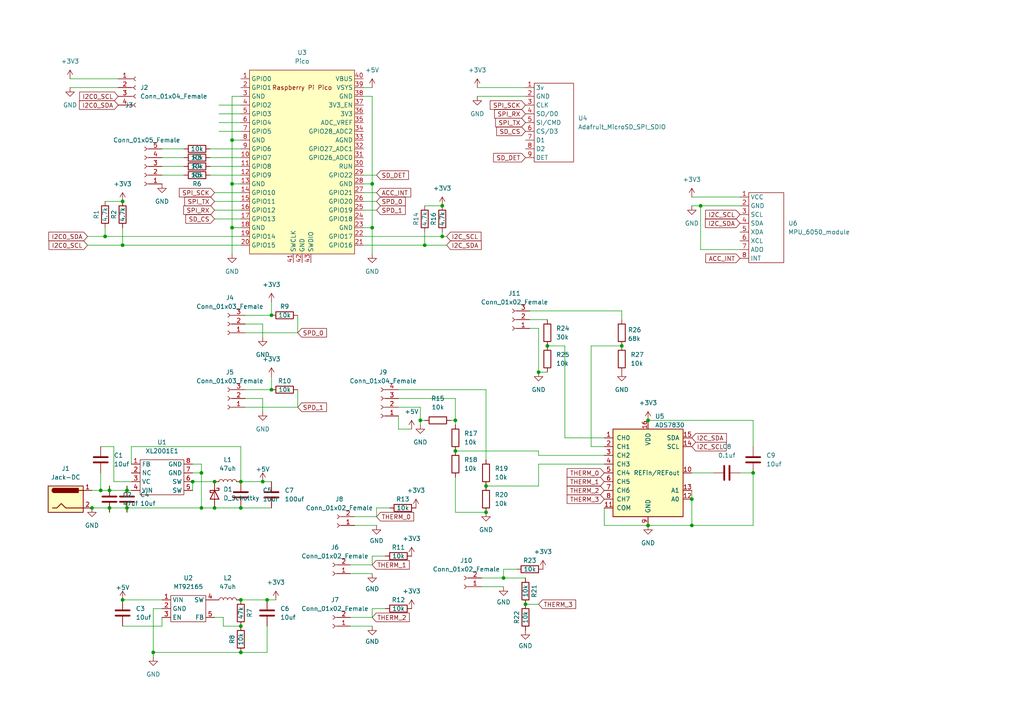
<source format=kicad_sch>
(kicad_sch (version 20211123) (generator eeschema)
  (paper "A4")
  (lib_symbols
    (symbol "Analog_DAC:ADS7830" (pin_names (offset 1.016))
      (property "Reference" "U" (at -10.16 13.716 0))
      (property "Value" "ADS7830" (at 1.778 13.716 0))
      (symbol "ADS7830_1_1"
        (pin input line (at -12.7 10.16 0) (length 2.54) (name "CH0") (number "1"))
        (pin bidirectional line (at 12.7 0 180) (length 2.54) (name "REFin/REFout") (number "10"))
        (pin input line (at -12.7 -10.16 0) (length 2.54) (name "COM") (number "11"))
        (pin input line (at 12.7 -7.62 180) (length 2.54) (name "A0") (number "12"))
        (pin input line (at 12.7 -5.08 180) (length 2.54) (name "A1") (number "13"))
        (pin input line (at 12.7 7.62 180) (length 2.54) (name "SCL") (number "14"))
        (pin bidirectional line (at 12.7 10.16 180) (length 2.54) (name "SDA") (number "15"))
        (pin power_in line (at 0 15.24 270) (length 2.54) (name "VDD") (number "16"))
        (pin input line (at -12.7 7.62 0) (length 2.54) (name "CH1") (number "2"))
        (pin input line (at -12.7 5.08 0) (length 2.54) (name "CH2") (number "3"))
        (pin input line (at -12.7 2.54 0) (length 2.54) (name "CH3") (number "4"))
        (pin input line (at -12.7 0 0) (length 2.54) (name "CH4") (number "5"))
        (pin input line (at -12.7 -2.54 0) (length 2.54) (name "CH5") (number "6"))
        (pin input line (at -12.7 -5.08 0) (length 2.54) (name "CH6") (number "7"))
        (pin input line (at -12.7 -7.62 0) (length 2.54) (name "CH7") (number "8"))
        (pin power_in line (at 0 -15.24 90) (length 2.54) (name "GND") (number "9"))
      )
    )
    (symbol "Connector:Conn_01x02_Female" (pin_names (offset 1.016) hide)
      (property "Reference" "J" (at 0 2.54 0))
      (property "Value" "Conn_01x02_Female" (at 0 -5.08 0))
      (symbol "Conn_01x02_Female_1_1"
        (pin passive line (at -5.08 0 0) (length 3.81) (name "Pin_1") (number "1"))
        (pin passive line (at -5.08 -2.54 0) (length 3.81) (name "Pin_2") (number "2"))
      )
    )
    (symbol "Connector:Conn_01x03_Female" (pin_names (offset 1.016) hide)
      (property "Reference" "J" (at 0 5.08 0))
      (property "Value" "Conn_01x03_Female" (at 0 -5.08 0))
      (symbol "Conn_01x03_Female_1_1"
        (pin passive line (at -5.08 2.54 0) (length 3.81) (name "Pin_1") (number "1"))
        (pin passive line (at -5.08 0 0) (length 3.81) (name "Pin_2") (number "2"))
        (pin passive line (at -5.08 -2.54 0) (length 3.81) (name "Pin_3") (number "3"))
      )
    )
    (symbol "Connector:Conn_01x04_Female" (pin_names (offset 1.016) hide)
      (property "Reference" "J" (at 0 5.08 0))
      (property "Value" "Conn_01x04_Female" (at 0 -7.62 0))
      (symbol "Conn_01x04_Female_1_1"
        (pin passive line (at -5.08 2.54 0) (length 3.81) (name "Pin_1") (number "1"))
        (pin passive line (at -5.08 0 0) (length 3.81) (name "Pin_2") (number "2"))
        (pin passive line (at -5.08 -2.54 0) (length 3.81) (name "Pin_3") (number "3"))
        (pin passive line (at -5.08 -5.08 0) (length 3.81) (name "Pin_4") (number "4"))
      )
    )
    (symbol "Connector:Conn_01x05_Female" (pin_names (offset 1.016) hide)
      (property "Reference" "J" (at 0 7.62 0))
      (property "Value" "Conn_01x05_Female" (at 0 -7.62 0))
      (symbol "Conn_01x05_Female_1_1"
        (pin passive line (at -5.08 5.08 0) (length 3.81) (name "Pin_1") (number "1"))
        (pin passive line (at -5.08 2.54 0) (length 3.81) (name "Pin_2") (number "2"))
        (pin passive line (at -5.08 0 0) (length 3.81) (name "Pin_3") (number "3"))
        (pin passive line (at -5.08 -2.54 0) (length 3.81) (name "Pin_4") (number "4"))
        (pin passive line (at -5.08 -5.08 0) (length 3.81) (name "Pin_5") (number "5"))
      )
    )
    (symbol "Connector:Jack-DC" (pin_names (offset 1.016))
      (property "Reference" "J" (at 0 5.334 0))
      (property "Value" "Jack-DC" (at 0 -5.08 0))
      (symbol "Jack-DC_1_1"
        (pin passive line (at 7.62 2.54 180) (length 2.54) (name "~") (number "1"))
        (pin passive line (at 7.62 -2.54 180) (length 2.54) (name "~") (number "2"))
      )
    )
    (symbol "Converter_DCDC:MT92165"
      (property "Reference" "U" (at 0 5.08 0))
      (property "Value" "MT92165" (at 0 7.62 0))
      (symbol "MT92165_1_1"
        (pin input line (at -6.35 2.54 0) (length 2.54) (name "VIN") (number "1"))
        (pin input line (at -6.35 0 0) (length 2.54) (name "GND") (number "2"))
        (pin input line (at -6.35 -2.54 0) (length 2.54) (name "EN") (number "3"))
        (pin output line (at 8.89 2.54 180) (length 2.54) (name "SW") (number "4"))
        (pin input line (at 8.89 -2.54 180) (length 2.54) (name "FB") (number "5"))
      )
    )
    (symbol "Device:C" (pin_numbers hide) (pin_names (offset 0.254))
      (property "Reference" "C" (at 0.635 2.54 0))
      (property "Value" "C" (at 0.635 -2.54 0))
      (symbol "C_1_1"
        (pin passive line (at 0 3.81 270) (length 2.794) (name "~") (number "1"))
        (pin passive line (at 0 -3.81 90) (length 2.794) (name "~") (number "2"))
      )
    )
    (symbol "Device:D_Schottky" (pin_numbers hide) (pin_names (offset 1.016) hide)
      (property "Reference" "D" (at 0 2.54 0))
      (property "Value" "D_Schottky" (at 0 -2.54 0))
      (symbol "D_Schottky_1_1"
        (pin passive line (at -3.81 0 0) (length 2.54) (name "K") (number "1"))
        (pin passive line (at 3.81 0 180) (length 2.54) (name "A") (number "2"))
      )
    )
    (symbol "Device:L" (pin_numbers hide) (pin_names (offset 1.016) hide)
      (property "Reference" "L" (at -1.27 0 90))
      (property "Value" "L" (at 1.905 0 90))
      (symbol "L_1_1"
        (pin passive line (at 0 3.81 270) (length 1.27) (name "1") (number "1"))
        (pin passive line (at 0 -3.81 90) (length 1.27) (name "2") (number "2"))
      )
    )
    (symbol "Device:R" (pin_numbers hide) (pin_names (offset 0))
      (property "Reference" "R" (at 2.032 0 90))
      (property "Value" "R" (at 0 0 90))
      (symbol "R_1_1"
        (pin passive line (at 0 3.81 270) (length 1.27) (name "~") (number "1"))
        (pin passive line (at 0 -3.81 90) (length 1.27) (name "~") (number "2"))
      )
    )
    (symbol "MCU_Module:Pico"
      (property "Reference" "U" (at -13.97 27.94 0))
      (property "Value" "Pico" (at 0 19.05 0))
      (symbol "Pico_0_0"
        (text "Raspberry Pi Pico" (at 0 21.59 0) (effects (font (size 1.27 1.27))))
      )
      (symbol "Pico_1_1"
        (pin bidirectional line (at -17.78 24.13 0) (length 2.54) (name "GPIO0") (number "1"))
        (pin bidirectional line (at -17.78 1.27 0) (length 2.54) (name "GPIO7") (number "10"))
        (pin bidirectional line (at -17.78 -1.27 0) (length 2.54) (name "GPIO8") (number "11"))
        (pin bidirectional line (at -17.78 -3.81 0) (length 2.54) (name "GPIO9") (number "12"))
        (pin power_in line (at -17.78 -6.35 0) (length 2.54) (name "GND") (number "13"))
        (pin bidirectional line (at -17.78 -8.89 0) (length 2.54) (name "GPIO10") (number "14"))
        (pin bidirectional line (at -17.78 -11.43 0) (length 2.54) (name "GPIO11") (number "15"))
        (pin bidirectional line (at -17.78 -13.97 0) (length 2.54) (name "GPIO12") (number "16"))
        (pin bidirectional line (at -17.78 -16.51 0) (length 2.54) (name "GPIO13") (number "17"))
        (pin power_in line (at -17.78 -19.05 0) (length 2.54) (name "GND") (number "18"))
        (pin bidirectional line (at -17.78 -21.59 0) (length 2.54) (name "GPIO14") (number "19"))
        (pin bidirectional line (at -17.78 21.59 0) (length 2.54) (name "GPIO1") (number "2"))
        (pin bidirectional line (at -17.78 -24.13 0) (length 2.54) (name "GPIO15") (number "20"))
        (pin bidirectional line (at 17.78 -24.13 180) (length 2.54) (name "GPIO16") (number "21"))
        (pin bidirectional line (at 17.78 -21.59 180) (length 2.54) (name "GPIO17") (number "22"))
        (pin power_in line (at 17.78 -19.05 180) (length 2.54) (name "GND") (number "23"))
        (pin bidirectional line (at 17.78 -16.51 180) (length 2.54) (name "GPIO18") (number "24"))
        (pin bidirectional line (at 17.78 -13.97 180) (length 2.54) (name "GPIO19") (number "25"))
        (pin bidirectional line (at 17.78 -11.43 180) (length 2.54) (name "GPIO20") (number "26"))
        (pin bidirectional line (at 17.78 -8.89 180) (length 2.54) (name "GPIO21") (number "27"))
        (pin power_in line (at 17.78 -6.35 180) (length 2.54) (name "GND") (number "28"))
        (pin bidirectional line (at 17.78 -3.81 180) (length 2.54) (name "GPIO22") (number "29"))
        (pin power_in line (at -17.78 19.05 0) (length 2.54) (name "GND") (number "3"))
        (pin input line (at 17.78 -1.27 180) (length 2.54) (name "RUN") (number "30"))
        (pin bidirectional line (at 17.78 1.27 180) (length 2.54) (name "GPIO26_ADC0") (number "31"))
        (pin bidirectional line (at 17.78 3.81 180) (length 2.54) (name "GPIO27_ADC1") (number "32"))
        (pin power_in line (at 17.78 6.35 180) (length 2.54) (name "AGND") (number "33"))
        (pin bidirectional line (at 17.78 8.89 180) (length 2.54) (name "GPIO28_ADC2") (number "34"))
        (pin power_in line (at 17.78 11.43 180) (length 2.54) (name "ADC_VREF") (number "35"))
        (pin power_in line (at 17.78 13.97 180) (length 2.54) (name "3V3") (number "36"))
        (pin input line (at 17.78 16.51 180) (length 2.54) (name "3V3_EN") (number "37"))
        (pin bidirectional line (at 17.78 19.05 180) (length 2.54) (name "GND") (number "38"))
        (pin power_in line (at 17.78 21.59 180) (length 2.54) (name "VSYS") (number "39"))
        (pin bidirectional line (at -17.78 16.51 0) (length 2.54) (name "GPIO2") (number "4"))
        (pin power_in line (at 17.78 24.13 180) (length 2.54) (name "VBUS") (number "40"))
        (pin input line (at -2.54 -29.21 90) (length 2.54) (name "SWCLK") (number "41"))
        (pin power_in line (at 0 -29.21 90) (length 2.54) (name "GND") (number "42"))
        (pin bidirectional line (at 2.54 -29.21 90) (length 2.54) (name "SWDIO") (number "43"))
        (pin bidirectional line (at -17.78 13.97 0) (length 2.54) (name "GPIO3") (number "5"))
        (pin bidirectional line (at -17.78 11.43 0) (length 2.54) (name "GPIO4") (number "6"))
        (pin bidirectional line (at -17.78 8.89 0) (length 2.54) (name "GPIO5") (number "7"))
        (pin power_in line (at -17.78 6.35 0) (length 2.54) (name "GND") (number "8"))
        (pin bidirectional line (at -17.78 3.81 0) (length 2.54) (name "GPIO6") (number "9"))
      )
    )
    (symbol "Memory_Flash:Adafruit_MicroSD_SPI_SDIO"
      (property "Reference" "U" (at 0 7.62 0))
      (property "Value" "Adafruit_MicroSD_SPI_SDIO" (at 0 10.16 0))
      (symbol "Adafruit_MicroSD_SPI_SDIO_1_1"
        (pin input line (at -10.16 -8.89 90) (length 2.54) (name "3v") (number "1"))
        (pin input line (at -7.62 -8.89 90) (length 2.54) (name "GND") (number "2"))
        (pin input line (at -5.08 -8.89 90) (length 2.54) (name "CLK") (number "3"))
        (pin bidirectional line (at -2.54 -8.89 90) (length 2.54) (name "SO/D0") (number "4"))
        (pin bidirectional line (at 0 -8.89 90) (length 2.54) (name "SI/CMD") (number "5"))
        (pin bidirectional line (at 2.54 -8.89 90) (length 2.54) (name "CS/D3") (number "6"))
        (pin bidirectional line (at 5.08 -8.89 90) (length 2.54) (name "D1") (number "7"))
        (pin bidirectional line (at 7.62 -8.89 90) (length 2.54) (name "D2") (number "8"))
        (pin output line (at 10.16 -8.89 90) (length 2.54) (name "DET") (number "9"))
      )
    )
    (symbol "Power_Management:XL2001E1"
      (property "Reference" "U" (at 0 6.35 0))
      (property "Value" "XL2001E1" (at 0 0 90))
      (symbol "XL2001E1_1_1"
        (pin input line (at -8.89 3.81 0) (length 2.54) (name "FB") (number "1"))
        (pin input line (at -8.89 1.27 0) (length 2.54) (name "NC") (number "2"))
        (pin input line (at -8.89 -1.27 0) (length 2.54) (name "VC") (number "3"))
        (pin input line (at -8.89 -3.81 0) (length 2.54) (name "VIN") (number "4"))
        (pin input line (at 8.89 -3.81 180) (length 2.54) (name "SW") (number "5"))
        (pin input line (at 8.89 -1.27 180) (length 2.54) (name "SW") (number "6"))
        (pin input line (at 8.89 1.27 180) (length 2.54) (name "GND") (number "7"))
        (pin input line (at 8.89 3.81 180) (length 2.54) (name "GND") (number "8"))
      )
    )
    (symbol "Sensor_Motion:MPU_6050_module"
      (property "Reference" "U" (at 0 11.43 0))
      (property "Value" "MPU_6050_module" (at 0 13.97 0))
      (symbol "MPU_6050_module_1_1"
        (pin input line (at -7.62 8.89 0) (length 2.54) (name "VCC") (number "1"))
        (pin input line (at -7.62 6.35 0) (length 2.54) (name "GND") (number "2"))
        (pin input line (at -7.62 3.81 0) (length 2.54) (name "SCL") (number "3"))
        (pin bidirectional line (at -7.62 1.27 0) (length 2.54) (name "SDA") (number "4"))
        (pin output line (at -7.62 -1.27 0) (length 2.54) (name "XDA") (number "5"))
        (pin output line (at -7.62 -3.81 0) (length 2.54) (name "XCL") (number "6"))
        (pin input line (at -7.62 -6.35 0) (length 2.54) (name "ADO") (number "7"))
        (pin output line (at -7.62 -8.89 0) (length 2.54) (name "INT") (number "8"))
      )
    )
    (symbol "power:+3V3" (power) (pin_names (offset 0))
      (property "Value" "+3V3" (at 0 3.556 0))
      (symbol "+3V3_1_1"
        (pin power_in line (at 0 0 90) (length 0) hide (name "+3V3") (number "1"))
      )
    )
    (symbol "power:+5V" (power) (pin_names (offset 0))
      (property "Value" "+5V" (at 0 3.556 0))
      (symbol "+5V_1_1"
        (pin power_in line (at 0 0 90) (length 0) hide (name "+5V") (number "1"))
      )
    )
    (symbol "power:GND" (power) (pin_names (offset 0))
      (property "Value" "GND" (at 0 -3.81 0))
      (symbol "GND_1_1"
        (pin power_in line (at 0 0 270) (length 0) hide (name "GND") (number "1"))
      )
    )
  )
  (junction (at 203.2 59.69))
  (junction (at 30.48 68.58))
  (junction (at 132.08 121.92))
  (junction (at 140.97 140.97))
  (junction (at 69.85 147.32))
  (junction (at 218.44 137.16))
  (junction (at 140.97 148.59))
  (junction (at 62.23 139.7))
  (junction (at 123.19 71.12))
  (junction (at 121.92 121.92))
  (junction (at 158.75 100.33))
  (junction (at 187.96 152.4))
  (junction (at 180.34 100.33))
  (junction (at 35.56 71.12))
  (junction (at 69.85 139.7))
  (junction (at 26.67 147.32))
  (junction (at 36.83 142.24))
  (junction (at 69.85 189.23))
  (junction (at 156.21 107.95))
  (junction (at 29.21 142.24))
  (junction (at 69.85 173.99))
  (junction (at 187.96 121.92))
  (junction (at 132.08 130.81))
  (junction (at 78.74 113.03))
  (junction (at 146.05 167.64))
  (junction (at 58.42 137.16))
  (junction (at 200.66 144.78))
  (junction (at 55.88 139.7))
  (junction (at 44.45 189.23))
  (junction (at 62.23 147.32))
  (junction (at 200.66 152.4))
  (junction (at 77.47 173.99))
  (junction (at 31.75 147.32))
  (junction (at 78.74 91.44))
  (junction (at 67.31 53.34))
  (junction (at 152.4 175.26))
  (junction (at 128.27 68.58))
  (junction (at 35.56 173.99))
  (junction (at 69.85 181.61))
  (junction (at 58.42 147.32))
  (junction (at 67.31 40.64))
  (junction (at 31.75 142.24))
  (junction (at 107.95 66.04))
  (junction (at 76.2 139.7))
  (junction (at 107.95 53.34))
  (junction (at 36.83 147.32))
  (junction (at 67.31 66.04))
  (junction (at 35.56 58.42))
  (junction (at 128.27 59.69))
  (wire (pts (xy 115.57 113.03) (xy 140.97 113.03)))
  (wire (pts (xy 115.57 115.57) (xy 132.08 115.57)))
  (wire (pts (xy 86.36 118.11) (xy 86.36 113.03)))
  (wire (pts (xy 115.57 118.11) (xy 121.92 118.11)))
  (wire (pts (xy 138.43 25.4) (xy 152.4 25.4)))
  (wire (pts (xy 78.74 87.63) (xy 78.74 91.44)))
  (wire (pts (xy 67.31 53.34) (xy 67.31 40.64)))
  (wire (pts (xy 214.63 137.16) (xy 218.44 137.16)))
  (wire (pts (xy 180.34 90.17) (xy 153.67 90.17)))
  (wire (pts (xy 140.97 113.03) (xy 140.97 133.35)))
  (wire (pts (xy 62.23 55.88) (xy 69.85 55.88)))
  (wire (pts (xy 25.4 71.12) (xy 35.56 71.12)))
  (wire (pts (xy 105.41 58.42) (xy 109.22 58.42)))
  (wire (pts (xy 115.57 124.46) (xy 115.57 120.65)))
  (wire (pts (xy 33.02 139.7) (xy 38.1 139.7)))
  (wire (pts (xy 107.95 161.29) (xy 111.76 161.29)))
  (wire (pts (xy 132.08 115.57) (xy 132.08 121.92)))
  (wire (pts (xy 69.85 173.99) (xy 77.47 173.99)))
  (wire (pts (xy 67.31 66.04) (xy 67.31 53.34)))
  (wire (pts (xy 36.83 142.24) (xy 38.1 142.24)))
  (wire (pts (xy 101.6 181.61) (xy 107.95 181.61)))
  (wire (pts (xy 101.6 163.83) (xy 107.95 163.83)))
  (wire (pts (xy 46.99 43.18) (xy 53.34 43.18)))
  (wire (pts (xy 77.47 189.23) (xy 69.85 189.23)))
  (wire (pts (xy 138.43 27.94) (xy 152.4 27.94)))
  (wire (pts (xy 214.63 72.39) (xy 203.2 72.39)))
  (wire (pts (xy 156.21 107.95) (xy 158.75 107.95)))
  (wire (pts (xy 146.05 165.1) (xy 149.86 165.1)))
  (wire (pts (xy 153.67 92.71) (xy 158.75 92.71)))
  (wire (pts (xy 76.2 119.38) (xy 76.2 115.57)))
  (wire (pts (xy 128.27 68.58) (xy 129.54 68.58)))
  (wire (pts (xy 132.08 121.92) (xy 132.08 123.19)))
  (wire (pts (xy 62.23 179.07) (xy 64.77 179.07)))
  (wire (pts (xy 69.85 129.54) (xy 69.85 139.7)))
  (wire (pts (xy 62.23 63.5) (xy 69.85 63.5)))
  (wire (pts (xy 146.05 165.1) (xy 146.05 167.64)))
  (wire (pts (xy 26.67 147.32) (xy 31.75 147.32)))
  (wire (pts (xy 163.83 127) (xy 175.26 127)))
  (wire (pts (xy 200.66 57.15) (xy 214.63 57.15)))
  (wire (pts (xy 30.48 58.42) (xy 35.56 58.42)))
  (wire (pts (xy 200.66 142.24) (xy 200.66 144.78)))
  (wire (pts (xy 102.87 149.86) (xy 109.22 149.86)))
  (wire (pts (xy 46.99 45.72) (xy 53.34 45.72)))
  (wire (pts (xy 101.6 179.07) (xy 107.95 179.07)))
  (wire (pts (xy 46.99 50.8) (xy 53.34 50.8)))
  (wire (pts (xy 29.21 129.54) (xy 33.02 129.54)))
  (wire (pts (xy 180.34 92.71) (xy 180.34 90.17)))
  (wire (pts (xy 77.47 181.61) (xy 77.47 189.23)))
  (wire (pts (xy 29.21 137.16) (xy 29.21 142.24)))
  (wire (pts (xy 76.2 115.57) (xy 71.12 115.57)))
  (wire (pts (xy 171.45 100.33) (xy 180.34 100.33)))
  (wire (pts (xy 62.23 58.42) (xy 69.85 58.42)))
  (wire (pts (xy 63.5 30.48) (xy 69.85 30.48)))
  (wire (pts (xy 35.56 66.04) (xy 35.56 71.12)))
  (wire (pts (xy 36.83 140.97) (xy 36.83 142.24)))
  (wire (pts (xy 105.41 60.96) (xy 109.22 60.96)))
  (wire (pts (xy 132.08 148.59) (xy 140.97 148.59)))
  (wire (pts (xy 44.45 189.23) (xy 44.45 190.5)))
  (wire (pts (xy 76.2 97.79) (xy 76.2 93.98)))
  (wire (pts (xy 218.44 121.92) (xy 218.44 129.54)))
  (wire (pts (xy 33.02 129.54) (xy 33.02 139.7)))
  (wire (pts (xy 30.48 66.04) (xy 30.48 68.58)))
  (wire (pts (xy 86.36 96.52) (xy 86.36 91.44)))
  (wire (pts (xy 156.21 134.62) (xy 175.26 134.62)))
  (wire (pts (xy 107.95 161.29) (xy 107.95 163.83)))
  (wire (pts (xy 67.31 40.64) (xy 67.31 27.94)))
  (wire (pts (xy 105.41 66.04) (xy 107.95 66.04)))
  (wire (pts (xy 35.56 173.99) (xy 46.99 173.99)))
  (wire (pts (xy 200.66 152.4) (xy 218.44 152.4)))
  (wire (pts (xy 121.92 118.11) (xy 121.92 121.92)))
  (wire (pts (xy 105.41 71.12) (xy 123.19 71.12)))
  (wire (pts (xy 163.83 100.33) (xy 163.83 127)))
  (wire (pts (xy 200.66 59.69) (xy 203.2 59.69)))
  (wire (pts (xy 128.27 67.31) (xy 128.27 68.58)))
  (wire (pts (xy 78.74 109.22) (xy 78.74 113.03)))
  (wire (pts (xy 102.87 152.4) (xy 109.22 152.4)))
  (wire (pts (xy 36.83 147.32) (xy 36.83 148.59)))
  (wire (pts (xy 69.85 139.7) (xy 76.2 139.7)))
  (wire (pts (xy 38.1 129.54) (xy 69.85 129.54)))
  (wire (pts (xy 30.48 68.58) (xy 69.85 68.58)))
  (wire (pts (xy 175.26 152.4) (xy 187.96 152.4)))
  (wire (pts (xy 44.45 176.53) (xy 44.45 189.23)))
  (wire (pts (xy 109.22 147.32) (xy 109.22 149.86)))
  (wire (pts (xy 62.23 60.96) (xy 69.85 60.96)))
  (wire (pts (xy 67.31 66.04) (xy 69.85 66.04)))
  (wire (pts (xy 60.96 43.18) (xy 69.85 43.18)))
  (wire (pts (xy 123.19 59.69) (xy 128.27 59.69)))
  (wire (pts (xy 63.5 33.02) (xy 69.85 33.02)))
  (wire (pts (xy 71.12 113.03) (xy 78.74 113.03)))
  (wire (pts (xy 203.2 59.69) (xy 214.63 59.69)))
  (wire (pts (xy 121.92 121.92) (xy 121.92 123.19)))
  (wire (pts (xy 71.12 96.52) (xy 86.36 96.52)))
  (wire (pts (xy 31.75 140.97) (xy 31.75 142.24)))
  (wire (pts (xy 200.66 144.78) (xy 200.66 152.4)))
  (wire (pts (xy 156.21 130.81) (xy 156.21 132.08)))
  (wire (pts (xy 67.31 73.66) (xy 67.31 66.04)))
  (wire (pts (xy 60.96 45.72) (xy 69.85 45.72)))
  (wire (pts (xy 187.96 121.92) (xy 218.44 121.92)))
  (wire (pts (xy 20.32 22.86) (xy 34.29 22.86)))
  (wire (pts (xy 35.56 71.12) (xy 69.85 71.12)))
  (wire (pts (xy 146.05 167.64) (xy 152.4 167.64)))
  (wire (pts (xy 105.41 55.88) (xy 109.22 55.88)))
  (wire (pts (xy 25.4 68.58) (xy 30.48 68.58)))
  (wire (pts (xy 20.32 25.4) (xy 34.29 25.4)))
  (wire (pts (xy 139.7 170.18) (xy 146.05 170.18)))
  (wire (pts (xy 46.99 181.61) (xy 46.99 179.07)))
  (wire (pts (xy 105.41 25.4) (xy 107.95 25.4)))
  (wire (pts (xy 31.75 147.32) (xy 36.83 147.32)))
  (wire (pts (xy 58.42 137.16) (xy 58.42 147.32)))
  (wire (pts (xy 107.95 53.34) (xy 107.95 27.94)))
  (wire (pts (xy 31.75 142.24) (xy 36.83 142.24)))
  (wire (pts (xy 26.67 142.24) (xy 29.21 142.24)))
  (wire (pts (xy 71.12 91.44) (xy 78.74 91.44)))
  (wire (pts (xy 55.88 134.62) (xy 58.42 134.62)))
  (wire (pts (xy 105.41 68.58) (xy 128.27 68.58)))
  (wire (pts (xy 76.2 139.7) (xy 78.74 139.7)))
  (wire (pts (xy 69.85 147.32) (xy 78.74 147.32)))
  (wire (pts (xy 58.42 147.32) (xy 62.23 147.32)))
  (wire (pts (xy 58.42 134.62) (xy 58.42 137.16)))
  (wire (pts (xy 63.5 38.1) (xy 69.85 38.1)))
  (wire (pts (xy 76.2 93.98) (xy 71.12 93.98)))
  (wire (pts (xy 44.45 189.23) (xy 69.85 189.23)))
  (wire (pts (xy 46.99 176.53) (xy 44.45 176.53)))
  (wire (pts (xy 58.42 147.32) (xy 36.83 147.32)))
  (wire (pts (xy 119.38 124.46) (xy 115.57 124.46)))
  (wire (pts (xy 163.83 100.33) (xy 158.75 100.33)))
  (wire (pts (xy 107.95 66.04) (xy 107.95 53.34)))
  (wire (pts (xy 67.31 40.64) (xy 69.85 40.64)))
  (wire (pts (xy 105.41 53.34) (xy 107.95 53.34)))
  (wire (pts (xy 46.99 48.26) (xy 53.34 48.26)))
  (wire (pts (xy 121.92 121.92) (xy 123.19 121.92)))
  (wire (pts (xy 38.1 134.62) (xy 38.1 129.54)))
  (wire (pts (xy 175.26 147.32) (xy 175.26 152.4)))
  (wire (pts (xy 62.23 147.32) (xy 69.85 147.32)))
  (wire (pts (xy 60.96 50.8) (xy 69.85 50.8)))
  (wire (pts (xy 107.95 73.66) (xy 107.95 66.04)))
  (wire (pts (xy 105.41 27.94) (xy 107.95 27.94)))
  (wire (pts (xy 156.21 175.26) (xy 152.4 175.26)))
  (wire (pts (xy 55.88 139.7) (xy 55.88 142.24)))
  (wire (pts (xy 29.21 142.24) (xy 31.75 142.24)))
  (wire (pts (xy 123.19 71.12) (xy 129.54 71.12)))
  (wire (pts (xy 35.56 181.61) (xy 46.99 181.61)))
  (wire (pts (xy 77.47 173.99) (xy 80.01 173.99)))
  (wire (pts (xy 64.77 181.61) (xy 69.85 181.61)))
  (wire (pts (xy 64.77 179.07) (xy 64.77 181.61)))
  (wire (pts (xy 63.5 35.56) (xy 69.85 35.56)))
  (wire (pts (xy 67.31 27.94) (xy 69.85 27.94)))
  (wire (pts (xy 107.95 176.53) (xy 107.95 179.07)))
  (wire (pts (xy 203.2 72.39) (xy 203.2 59.69)))
  (wire (pts (xy 171.45 100.33) (xy 171.45 129.54)))
  (wire (pts (xy 109.22 147.32) (xy 113.03 147.32)))
  (wire (pts (xy 107.95 176.53) (xy 111.76 176.53)))
  (wire (pts (xy 156.21 132.08) (xy 175.26 132.08)))
  (wire (pts (xy 200.66 137.16) (xy 207.01 137.16)))
  (wire (pts (xy 132.08 138.43) (xy 132.08 148.59)))
  (wire (pts (xy 55.88 137.16) (xy 58.42 137.16)))
  (wire (pts (xy 71.12 118.11) (xy 86.36 118.11)))
  (wire (pts (xy 156.21 95.25) (xy 156.21 107.95)))
  (wire (pts (xy 218.44 137.16) (xy 218.44 152.4)))
  (wire (pts (xy 31.75 147.32) (xy 31.75 148.59)))
  (wire (pts (xy 62.23 139.7) (xy 55.88 139.7)))
  (wire (pts (xy 105.41 50.8) (xy 109.22 50.8)))
  (wire (pts (xy 67.31 53.34) (xy 69.85 53.34)))
  (wire (pts (xy 140.97 140.97) (xy 156.21 140.97)))
  (wire (pts (xy 156.21 140.97) (xy 156.21 134.62)))
  (wire (pts (xy 200.66 152.4) (xy 187.96 152.4)))
  (wire (pts (xy 130.81 121.92) (xy 132.08 121.92)))
  (wire (pts (xy 153.67 95.25) (xy 156.21 95.25)))
  (wire (pts (xy 101.6 166.37) (xy 107.95 166.37)))
  (wire (pts (xy 123.19 67.31) (xy 123.19 71.12)))
  (wire (pts (xy 139.7 167.64) (xy 146.05 167.64)))
  (wire (pts (xy 132.08 130.81) (xy 156.21 130.81)))
  (wire (pts (xy 171.45 129.54) (xy 175.26 129.54)))
  (wire (pts (xy 60.96 48.26) (xy 69.85 48.26)))
  (global_label "THERM_0" (shape input) (at 109.22 149.86 0) (property "Intersheet References" "${INTERSHEET_REFS}" (effects hide)))
  (global_label "I2C_SCL" (shape input) (at 129.54 68.58 0) (property "Intersheet References" "${INTERSHEET_REFS}" (effects hide)))
  (global_label "ACC_INT" (shape input) (at 214.63 74.93 180) (property "Intersheet References" "${INTERSHEET_REFS}" (effects hide)))
  (global_label "I2C0_SDA" (shape input) (at 34.29 30.48 180) (property "Intersheet References" "${INTERSHEET_REFS}" (effects hide)))
  (global_label "SPI_SCK" (shape input) (at 62.23 55.88 180) (property "Intersheet References" "${INTERSHEET_REFS}" (effects hide)))
  (global_label "THERM_2" (shape input) (at 175.26 142.24 180) (property "Intersheet References" "${INTERSHEET_REFS}" (effects hide)))
  (global_label "I2C_SDA" (shape input) (at 129.54 71.12 0) (property "Intersheet References" "${INTERSHEET_REFS}" (effects hide)))
  (global_label "I2C_SDA" (shape input) (at 214.63 64.77 180) (property "Intersheet References" "${INTERSHEET_REFS}" (effects hide)))
  (global_label "ACC_INT" (shape input) (at 109.22 55.88 0) (property "Intersheet References" "${INTERSHEET_REFS}" (effects hide)))
  (global_label "SPI_TX" (shape input) (at 152.4 35.56 180) (property "Intersheet References" "${INTERSHEET_REFS}" (effects hide)))
  (global_label "I2C_SDA" (shape input) (at 200.66 127 0) (property "Intersheet References" "${INTERSHEET_REFS}" (effects hide)))
  (global_label "I2C_SCL" (shape input) (at 214.63 62.23 180) (property "Intersheet References" "${INTERSHEET_REFS}" (effects hide)))
  (global_label "SD_CS" (shape input) (at 152.4 38.1 180) (property "Intersheet References" "${INTERSHEET_REFS}" (effects hide)))
  (global_label "I2C_SCL" (shape input) (at 200.66 129.54 0) (property "Intersheet References" "${INTERSHEET_REFS}" (effects hide)))
  (global_label "THERM_2" (shape input) (at 107.95 179.07 0) (property "Intersheet References" "${INTERSHEET_REFS}" (effects hide)))
  (global_label "SD_CS" (shape input) (at 62.23 63.5 180) (property "Intersheet References" "${INTERSHEET_REFS}" (effects hide)))
  (global_label "I2C0_SCL" (shape input) (at 25.4 71.12 180) (property "Intersheet References" "${INTERSHEET_REFS}" (effects hide)))
  (global_label "SPI_RX" (shape input) (at 62.23 60.96 180) (property "Intersheet References" "${INTERSHEET_REFS}" (effects hide)))
  (global_label "I2C0_SCL" (shape input) (at 34.29 27.94 180) (property "Intersheet References" "${INTERSHEET_REFS}" (effects hide)))
  (global_label "THERM_1" (shape input) (at 107.95 163.83 0) (property "Intersheet References" "${INTERSHEET_REFS}" (effects hide)))
  (global_label "THERM_1" (shape input) (at 175.26 139.7 180) (property "Intersheet References" "${INTERSHEET_REFS}" (effects hide)))
  (global_label "SD_DET" (shape input) (at 109.22 50.8 0) (property "Intersheet References" "${INTERSHEET_REFS}" (effects hide)))
  (global_label "THERM_3" (shape input) (at 156.21 175.26 0) (property "Intersheet References" "${INTERSHEET_REFS}" (effects hide)))
  (global_label "THERM_0" (shape input) (at 175.26 137.16 180) (property "Intersheet References" "${INTERSHEET_REFS}" (effects hide)))
  (global_label "SPI_TX" (shape input) (at 62.23 58.42 180) (property "Intersheet References" "${INTERSHEET_REFS}" (effects hide)))
  (global_label "SPD_0" (shape input) (at 86.36 96.52 0) (property "Intersheet References" "${INTERSHEET_REFS}" (effects hide)))
  (global_label "SPI_RX" (shape input) (at 152.4 33.02 180) (property "Intersheet References" "${INTERSHEET_REFS}" (effects hide)))
  (global_label "SPD_1" (shape input) (at 86.36 118.11 0) (property "Intersheet References" "${INTERSHEET_REFS}" (effects hide)))
  (global_label "THERM_3" (shape input) (at 175.26 144.78 180) (property "Intersheet References" "${INTERSHEET_REFS}" (effects hide)))
  (global_label "SD_DET" (shape input) (at 152.4 45.72 180) (property "Intersheet References" "${INTERSHEET_REFS}" (effects hide)))
  (global_label "I2C0_SDA" (shape input) (at 25.4 68.58 180) (property "Intersheet References" "${INTERSHEET_REFS}" (effects hide)))
  (global_label "SPI_SCK" (shape input) (at 152.4 30.48 180) (property "Intersheet References" "${INTERSHEET_REFS}" (effects hide)))
  (global_label "SPD_0" (shape input) (at 109.22 58.42 0) (property "Intersheet References" "${INTERSHEET_REFS}" (effects hide)))
  (global_label "SPD_1" (shape input) (at 109.22 60.96 0) (property "Intersheet References" "${INTERSHEET_REFS}" (effects hide)))
  (symbol (lib_id "Connector:Conn_01x03_Female") (at 148.59 92.71 180) (unit 1)
    (property "Reference" "J11" (at 149.225 85.09 0))
    (property "Value" "Conn_01x02_Female" (at 149.225 87.63 0))
    (property "Footprint" "Connector_PinHeader_2.54mm:PinHeader_1x03_P2.54mm_Vertical" (effects hide))
  )
  (symbol (lib_id "Device:C") (at 218.44 133.35 0) (unit 1)
    (property "Reference" "C9" (at 222.25 132.0799 0) (effects (justify left)))
    (property "Value" "10uf" (at 222.25 134.6199 0) (effects (justify left)))
    (property "Footprint" "Capacitor_SMD:C_0805_2012Metric" (effects hide))
    (property "Datasheet" "https://www.lcsc.com/product-detail/Multilayer-Ceramic-Capacitors-MLCC-SMD-SMT_Samsung-Electro-Mechanics-CL21A106KOQNNNE_C1713.html" (effects hide))
  )
  (symbol (lib_id "Device:C") (at 31.75 144.78 0) (unit 1)
    (property "Reference" "C2" (at 35.56 143.5099 0) (effects (justify left)))
    (property "Value" "47uf" (at 35.56 146.0499 0) (effects (justify left)))
    (property "Footprint" "Capacitor_THT:CP_Radial_D8.0mm_P3.50mm" (effects hide))
  )
  (symbol (lib_id "Device:R") (at 69.85 177.8 0) (unit 1)
    (property "Reference" "R7" (at 72.39 177.8 90))
    (property "Value" "47k" (at 69.85 177.8 90))
    (property "Footprint" "Resistor_SMD:R_1206_3216Metric" (effects hide))
  )
  (symbol (lib_id "Device:R") (at 82.55 91.44 90) (unit 1)
    (property "Reference" "R9" (at 82.55 88.9 90))
    (property "Value" "10k" (at 82.55 91.44 90))
    (property "Footprint" "Resistor_SMD:R_1206_3216Metric" (effects hide))
    (property "Datasheet" "https://www.lcsc.com/product-detail/Chip-Resistor-Surface-Mount_LIZ-Elec-CR2512J10103G_C102534.html" (effects hide))
  )
  (symbol (lib_id "power:+3V3") (at 119.38 161.29 0) (unit 1)
    (property "Reference" "#PWR021" (effects hide))
    (property "Value" "+3V3" (at 119.38 156.21 0))
  )
  (symbol (lib_id "Connector:Conn_01x02_Female") (at 96.52 181.61 180) (unit 1)
    (property "Reference" "J7" (at 97.155 173.99 0))
    (property "Value" "Conn_01x02_Female" (at 97.155 176.53 0))
    (property "Footprint" "Connector_PinHeader_2.54mm:PinHeader_1x02_P2.54mm_Vertical" (effects hide))
  )
  (symbol (lib_id "power:GND") (at 107.95 73.66 0) (unit 1)
    (property "Reference" "#PWR016" (effects hide))
    (property "Value" "GND" (at 107.95 78.74 0))
  )
  (symbol (lib_id "Connector:Jack-DC") (at 19.05 144.78 0) (unit 1)
    (property "Reference" "J1" (at 19.05 135.89 0))
    (property "Value" "Jack-DC" (at 19.05 138.43 0))
    (property "Footprint" "Connector_BarrelJack:BarrelJack_GCT_DCJ200-10-A_Horizontal" (effects hide))
  )
  (symbol (lib_id "power:GND") (at 121.92 123.19 0) (unit 1)
    (property "Reference" "#PWR024" (effects hide))
    (property "Value" "GND" (at 121.92 128.27 0))
  )
  (symbol (lib_id "Connector:Conn_01x05_Female") (at 41.91 48.26 180) (unit 1)
    (property "Reference" "J3" (at 37.465 30.48 0))
    (property "Value" "Conn_01x05_Female" (at 42.545 40.64 0))
    (property "Footprint" "Connector_PinHeader_2.54mm:PinHeader_1x05_P2.54mm_Vertical" (effects hide))
  )
  (symbol (lib_id "Connector:Conn_01x04_Female") (at 39.37 25.4 0) (unit 1)
    (property "Reference" "J2" (at 40.64 25.3999 0) (effects (justify left)))
    (property "Value" "Conn_01x04_Female" (at 40.64 27.9399 0) (effects (justify left)))
    (property "Footprint" "Connector_PinHeader_2.54mm:PinHeader_1x04_P2.54mm_Vertical" (effects hide))
  )
  (symbol (lib_id "Device:R") (at 123.19 63.5 180) (unit 1)
    (property "Reference" "R14" (at 120.65 63.5 90))
    (property "Value" "4.7k" (at 123.19 63.5 90))
    (property "Footprint" "Resistor_SMD:R_1206_3216Metric" (effects hide))
  )
  (symbol (lib_id "power:GND") (at 180.34 107.95 0) (unit 1)
    (property "Reference" "#PWR033" (effects hide))
    (property "Value" "GND" (at 180.34 113.03 0))
  )
  (symbol (lib_id "Device:C") (at 210.82 137.16 90) (unit 1)
    (property "Reference" "C8" (at 210.82 129.54 90))
    (property "Value" "0.1uf" (at 210.82 132.08 90))
    (property "Footprint" "Capacitor_SMD:C_0805_2012Metric" (effects hide))
    (property "Datasheet" "https://www.lcsc.com/product-detail/Multilayer-Ceramic-Capacitors-MLCC-SMD-SMT_Samsung-Electro-Mechanics-CL21A106KOQNNNE_C1713.html" (effects hide))
  )
  (symbol (lib_id "power:+3V3") (at 200.66 57.15 0) (unit 1)
    (property "Reference" "#PWR036" (effects hide))
    (property "Value" "+3V3" (at 200.66 52.07 0))
  )
  (symbol (lib_id "power:+3V3") (at 119.38 176.53 0) (unit 1)
    (property "Reference" "#PWR022" (effects hide))
    (property "Value" "+3V3" (at 119.38 171.45 0))
  )
  (symbol (lib_id "Connector:Conn_01x02_Female") (at 134.62 170.18 180) (unit 1)
    (property "Reference" "J10" (at 135.255 162.56 0))
    (property "Value" "Conn_01x02_Female" (at 135.255 165.1 0))
    (property "Footprint" "Connector_PinHeader_2.54mm:PinHeader_1x02_P2.54mm_Vertical" (effects hide))
  )
  (symbol (lib_id "power:GND") (at 152.4 182.88 0) (unit 1)
    (property "Reference" "#PWR030" (effects hide))
    (property "Value" "GND" (at 152.4 187.3234 0))
  )
  (symbol (lib_id "power:GND") (at 107.95 181.61 0) (unit 1)
    (property "Reference" "#PWR018" (effects hide))
    (property "Value" "GND" (at 107.95 186.0534 0))
  )
  (symbol (lib_id "Device:R") (at 57.15 50.8 270) (unit 1)
    (property "Reference" "R6" (at 57.15 53.34 90))
    (property "Value" "10k" (at 57.15 50.8 90))
    (property "Footprint" "Resistor_SMD:R_1206_3216Metric" (effects hide))
    (property "Datasheet" "https://www.lcsc.com/product-detail/Chip-Resistor-Surface-Mount_LIZ-Elec-CR2512J10103G_C102534.html" (effects hide))
  )
  (symbol (lib_id "Device:R") (at 57.15 45.72 270) (unit 1)
    (property "Reference" "R4" (at 57.15 48.26 90))
    (property "Value" "10k" (at 57.15 45.72 90))
    (property "Footprint" "Resistor_SMD:R_1206_3216Metric" (effects hide))
    (property "Datasheet" "https://www.lcsc.com/product-detail/Chip-Resistor-Surface-Mount_LIZ-Elec-CR2512J10103G_C102534.html" (effects hide))
  )
  (symbol (lib_id "Device:R") (at 152.4 179.07 180) (unit 1)
    (property "Reference" "R22" (at 149.86 179.07 90))
    (property "Value" "10k" (at 152.4 179.07 90))
    (property "Footprint" "Resistor_SMD:R_1206_3216Metric" (effects hide))
    (property "Datasheet" "https://www.lcsc.com/product-detail/Chip-Resistor-Surface-Mount_LIZ-Elec-CR2512J10103G_C102534.html" (effects hide))
  )
  (symbol (lib_id "power:GND") (at 44.45 190.5 0) (unit 1)
    (property "Reference" "#PWR06" (effects hide))
    (property "Value" "GND" (at 44.45 195.58 0))
  )
  (symbol (lib_id "Device:C") (at 78.74 143.51 0) (unit 1)
    (property "Reference" "C7" (at 82.55 142.2399 0) (effects (justify left)))
    (property "Value" "100uf" (at 82.55 144.7799 0) (effects (justify left)))
    (property "Footprint" "Capacitor_THT:CP_Radial_D8.0mm_P3.50mm" (effects hide))
  )
  (symbol (lib_id "power:GND") (at 67.31 73.66 0) (unit 1)
    (property "Reference" "#PWR08" (effects hide))
    (property "Value" "GND" (at 67.31 78.74 0))
  )
  (symbol (lib_id "power:+3V3") (at 20.32 22.86 0) (unit 1)
    (property "Reference" "#PWR01" (effects hide))
    (property "Value" "+3V3" (at 20.32 17.78 0))
  )
  (symbol (lib_id "power:GND") (at 146.05 170.18 0) (unit 1)
    (property "Reference" "#PWR029" (effects hide))
    (property "Value" "GND" (at 146.05 174.6234 0))
  )
  (symbol (lib_id "Device:R") (at 180.34 96.52 0) (unit 1)
    (property "Reference" "R26" (at 182.118 95.6853 0) (effects (justify left)))
    (property "Value" "68k" (at 182.118 98.2222 0) (effects (justify left)))
    (property "Footprint" "Resistor_SMD:R_1206_3216Metric" (effects hide))
  )
  (symbol (lib_id "power:+3V3") (at 35.56 58.42 0) (unit 1)
    (property "Reference" "#PWR04" (effects hide))
    (property "Value" "+3V3" (at 35.56 53.34 0))
  )
  (symbol (lib_id "power:+3V3") (at 157.48 165.1 0) (unit 1)
    (property "Reference" "#PWR032" (effects hide))
    (property "Value" "+3V3" (at 157.48 160.02 0))
  )
  (symbol (lib_id "power:+3V3") (at 128.27 59.69 0) (unit 1)
    (property "Reference" "#PWR025" (effects hide))
    (property "Value" "+3V3" (at 128.27 54.61 0))
  )
  (symbol (lib_id "power:+3V3") (at 187.96 121.92 0) (unit 1)
    (property "Reference" "#PWR034" (effects hide))
    (property "Value" "+3V3" (at 187.96 116.84 0))
  )
  (symbol (lib_id "Device:R") (at 30.48 62.23 180) (unit 1)
    (property "Reference" "R1" (at 27.94 62.23 90))
    (property "Value" "4.7k" (at 30.48 62.23 90))
    (property "Footprint" "Resistor_SMD:R_1206_3216Metric" (effects hide))
  )
  (symbol (lib_id "Device:R") (at 127 121.92 90) (unit 1)
    (property "Reference" "R15" (at 127 115.57 90))
    (property "Value" "10k" (at 127 118.11 90))
    (property "Footprint" "Resistor_SMD:R_1206_3216Metric" (effects hide))
    (property "Datasheet" "https://www.lcsc.com/product-detail/Chip-Resistor-Surface-Mount_LIZ-Elec-CR2512J10103G_C102534.html" (effects hide))
  )
  (symbol (lib_id "Device:R") (at 128.27 63.5 180) (unit 1)
    (property "Reference" "R16" (at 125.73 63.5 90))
    (property "Value" "4.7k" (at 128.27 63.5 90))
    (property "Footprint" "Resistor_SMD:R_1206_3216Metric" (effects hide))
  )
  (symbol (lib_id "Device:R") (at 35.56 62.23 180) (unit 1)
    (property "Reference" "R2" (at 33.02 62.23 90))
    (property "Value" "4.7k" (at 35.56 62.23 90))
    (property "Footprint" "Resistor_SMD:R_1206_3216Metric" (effects hide))
  )
  (symbol (lib_id "Device:R") (at 152.4 171.45 0) (unit 1)
    (property "Reference" "R21" (at 154.94 171.45 90))
    (property "Value" "10k" (at 152.4 171.45 90))
    (property "Footprint" "Resistor_SMD:R_1206_3216Metric" (effects hide))
    (property "Datasheet" "https://www.lcsc.com/product-detail/Chip-Resistor-Surface-Mount_LIZ-Elec-CR2512J10103G_C102534.html" (effects hide))
  )
  (symbol (lib_id "power:GND") (at 109.22 152.4 0) (unit 1)
    (property "Reference" "#PWR019" (effects hide))
    (property "Value" "GND" (at 109.22 156.8434 0))
  )
  (symbol (lib_id "Device:R") (at 115.57 161.29 90) (unit 1)
    (property "Reference" "R11" (at 115.57 158.75 90))
    (property "Value" "10k" (at 115.57 161.29 90))
    (property "Footprint" "Resistor_SMD:R_1206_3216Metric" (effects hide))
    (property "Datasheet" "https://www.lcsc.com/product-detail/Chip-Resistor-Surface-Mount_LIZ-Elec-CR2512J10103G_C102534.html" (effects hide))
  )
  (symbol (lib_id "Device:R") (at 158.75 104.14 0) (unit 1)
    (property "Reference" "R25" (at 161.29 102.8699 0) (effects (justify left)))
    (property "Value" "10k" (at 161.29 105.4099 0) (effects (justify left)))
    (property "Footprint" "Resistor_SMD:R_1206_3216Metric" (effects hide))
    (property "Datasheet" "https://www.lcsc.com/product-detail/Chip-Resistor-Surface-Mount_LIZ-Elec-CR2512J10103G_C102534.html" (effects hide))
  )
  (symbol (lib_id "Device:R") (at 153.67 165.1 90) (unit 1)
    (property "Reference" "R23" (at 153.67 162.56 90))
    (property "Value" "10k" (at 153.67 165.1 90))
    (property "Footprint" "Resistor_SMD:R_1206_3216Metric" (effects hide))
    (property "Datasheet" "https://www.lcsc.com/product-detail/Chip-Resistor-Surface-Mount_LIZ-Elec-CR2512J10103G_C102534.html" (effects hide))
  )
  (symbol (lib_id "Device:C") (at 35.56 177.8 0) (unit 1)
    (property "Reference" "C3" (at 39.37 176.5299 0) (effects (justify left)))
    (property "Value" "10uf" (at 39.37 179.0699 0) (effects (justify left)))
    (property "Footprint" "Capacitor_SMD:C_0805_2012Metric" (effects hide))
    (property "Datasheet" "https://www.lcsc.com/product-detail/Multilayer-Ceramic-Capacitors-MLCC-SMD-SMT_Samsung-Electro-Mechanics-CL21A106KOQNNNE_C1713.html" (effects hide))
  )
  (symbol (lib_id "Connector:Conn_01x04_Female") (at 110.49 118.11 180) (unit 1)
    (property "Reference" "J9" (at 111.125 107.95 0))
    (property "Value" "Conn_01x04_Female" (at 111.125 110.49 0))
    (property "Footprint" "Connector_PinHeader_2.54mm:PinHeader_1x04_P2.54mm_Vertical" (effects hide))
  )
  (symbol (lib_id "power:+5V") (at 35.56 173.99 0) (unit 1)
    (property "Reference" "#PWR05" (effects hide))
    (property "Value" "+5V" (at 35.56 170.4142 0))
  )
  (symbol (lib_id "Device:R") (at 115.57 176.53 90) (unit 1)
    (property "Reference" "R12" (at 115.57 173.99 90))
    (property "Value" "10k" (at 115.57 176.53 90))
    (property "Footprint" "Resistor_SMD:R_1206_3216Metric" (effects hide))
    (property "Datasheet" "https://www.lcsc.com/product-detail/Chip-Resistor-Surface-Mount_LIZ-Elec-CR2512J10103G_C102534.html" (effects hide))
  )
  (symbol (lib_id "Device:L") (at 66.04 173.99 90) (unit 1)
    (property "Reference" "L2" (at 66.04 167.64 90))
    (property "Value" "47uh" (at 66.04 170.18 90))
    (property "Footprint" "Inductor_THT:L_Axial_L12.0mm_D5.0mm_P15.24mm_Horizontal_Fastron_MISC" (effects hide))
    (property "Datasheet" "https://www.lcsc.com/product-detail/Color-Ring-Inductors-Through-Hole-Inductors_YJYCOIN-YAL0510-470K_C2971909.html" (effects hide))
  )
  (symbol (lib_id "power:+3V3") (at 78.74 87.63 0) (unit 1)
    (property "Reference" "#PWR012" (effects hide))
    (property "Value" "+3V3" (at 78.74 82.55 0))
  )
  (symbol (lib_id "Analog_DAC:ADS7830") (at 187.96 137.16 0) (unit 1)
    (property "Reference" "U5" (at 189.9794 120.7602 0) (effects (justify left)))
    (property "Value" "ADS7830" (at 189.9794 123.2971 0) (effects (justify left)))
    (property "Footprint" "Package_SO:TSSOP-16_4.4x5mm_P0.65mm" (effects hide))
    (property "Datasheet" "http://www.ti.com/lit/ds/symlink/ads7830.pdf" (effects hide))
  )
  (symbol (lib_id "power:GND") (at 200.66 59.69 0) (unit 1)
    (property "Reference" "#PWR037" (effects hide))
    (property "Value" "GND" (at 200.66 64.77 0))
  )
  (symbol (lib_id "Device:R") (at 82.55 113.03 90) (unit 1)
    (property "Reference" "R10" (at 82.55 110.49 90))
    (property "Value" "10k" (at 82.55 113.03 90))
    (property "Footprint" "Resistor_SMD:R_1206_3216Metric" (effects hide))
    (property "Datasheet" "https://www.lcsc.com/product-detail/Chip-Resistor-Surface-Mount_LIZ-Elec-CR2512J10103G_C102534.html" (effects hide))
  )
  (symbol (lib_id "Connector:Conn_01x02_Female") (at 97.79 152.4 180) (unit 1)
    (property "Reference" "J8" (at 98.425 144.78 0))
    (property "Value" "Conn_01x02_Female" (at 98.425 147.32 0))
    (property "Footprint" "Connector_PinHeader_2.54mm:PinHeader_1x02_P2.54mm_Vertical" (effects hide))
  )
  (symbol (lib_id "power:GND") (at 107.95 166.37 0) (unit 1)
    (property "Reference" "#PWR017" (effects hide))
    (property "Value" "GND" (at 107.95 170.8134 0))
  )
  (symbol (lib_id "Device:R") (at 132.08 134.62 0) (unit 1)
    (property "Reference" "R18" (at 134.62 133.3499 0) (effects (justify left)))
    (property "Value" "10k" (at 134.62 135.8899 0) (effects (justify left)))
    (property "Footprint" "Resistor_SMD:R_1206_3216Metric" (effects hide))
    (property "Datasheet" "https://www.lcsc.com/product-detail/Chip-Resistor-Surface-Mount_LIZ-Elec-CR2512J10103G_C102534.html" (effects hide))
  )
  (symbol (lib_id "Device:R") (at 57.15 48.26 270) (unit 1)
    (property "Reference" "R5" (at 57.15 50.8 90))
    (property "Value" "10k" (at 57.15 48.26 90))
    (property "Footprint" "Resistor_SMD:R_1206_3216Metric" (effects hide))
    (property "Datasheet" "https://www.lcsc.com/product-detail/Chip-Resistor-Surface-Mount_LIZ-Elec-CR2512J10103G_C102534.html" (effects hide))
  )
  (symbol (lib_id "Connector:Conn_01x03_Female") (at 66.04 93.98 180) (unit 1)
    (property "Reference" "J4" (at 66.675 86.36 0))
    (property "Value" "Conn_01x03_Female" (at 66.675 88.9 0))
    (property "Footprint" "Connector_PinHeader_2.54mm:PinHeader_1x03_P2.54mm_Vertical" (effects hide))
  )
  (symbol (lib_id "power:GND") (at 76.2 97.79 0) (unit 1)
    (property "Reference" "#PWR09" (effects hide))
    (property "Value" "GND" (at 76.2 102.87 0))
  )
  (symbol (lib_id "power:GND") (at 26.67 147.32 0) (unit 1)
    (property "Reference" "#PWR03" (effects hide))
    (property "Value" "GND" (at 26.67 152.4 0))
  )
  (symbol (lib_id "power:+3V3") (at 78.74 109.22 0) (unit 1)
    (property "Reference" "#PWR013" (effects hide))
    (property "Value" "+3V3" (at 78.74 104.14 0))
  )
  (symbol (lib_id "Device:R") (at 158.75 96.52 0) (unit 1)
    (property "Reference" "R24" (at 161.29 95.2499 0) (effects (justify left)))
    (property "Value" "30k" (at 161.29 97.7899 0) (effects (justify left)))
    (property "Footprint" "Resistor_SMD:R_1206_3216Metric" (effects hide))
  )
  (symbol (lib_id "Device:C") (at 69.85 143.51 0) (unit 1)
    (property "Reference" "C5" (at 76.2 142.2399 0) (effects (justify left)))
    (property "Value" "10uf" (at 76.2 144.7799 0) (effects (justify left)))
    (property "Footprint" "Capacitor_SMD:C_0805_2012Metric" (effects hide))
    (property "Datasheet" "https://www.lcsc.com/product-detail/Multilayer-Ceramic-Capacitors-MLCC-SMD-SMT_Samsung-Electro-Mechanics-CL21A106KOQNNNE_C1713.html" (effects hide))
  )
  (symbol (lib_id "power:GND") (at 20.32 25.4 0) (unit 1)
    (property "Reference" "#PWR02" (effects hide))
    (property "Value" "GND" (at 20.32 30.48 0))
  )
  (symbol (lib_id "power:+5V") (at 76.2 139.7 0) (unit 1)
    (property "Reference" "#PWR011" (effects hide))
    (property "Value" "+5V" (at 76.2 136.1242 0))
  )
  (symbol (lib_id "Power_Management:XL2001E1") (at 46.99 138.43 0) (unit 1)
    (property "Reference" "U1" (at 46.99 128.27 0))
    (property "Value" "XL2001E1" (at 46.99 130.81 0))
    (property "Footprint" "Package_SO:SO-8_5.3x6.2mm_P1.27mm" (effects hide))
  )
  (symbol (lib_id "Device:D_Schottky") (at 62.23 143.51 270) (unit 1)
    (property "Reference" "D1" (at 64.77 141.9224 90) (effects (justify left)))
    (property "Value" "D_Schottky" (at 64.77 144.4624 90) (effects (justify left)))
    (property "Footprint" "Diode_SMD:D_SMA" (effects hide))
    (property "Datasheet" "https://www.lcsc.com/product-detail/Schottky-Barrier-Diodes-SBD_Guangdong-Hottech-SS36A_C2886439.html" (effects hide))
  )
  (symbol (lib_id "Device:R") (at 116.84 147.32 90) (unit 1)
    (property "Reference" "R13" (at 116.84 144.78 90))
    (property "Value" "10k" (at 116.84 147.32 90))
    (property "Footprint" "Resistor_SMD:R_1206_3216Metric" (effects hide))
    (property "Datasheet" "https://www.lcsc.com/product-detail/Chip-Resistor-Surface-Mount_LIZ-Elec-CR2512J10103G_C102534.html" (effects hide))
  )
  (symbol (lib_id "Device:L") (at 66.04 139.7 90) (unit 1)
    (property "Reference" "L1" (at 66.04 133.35 90))
    (property "Value" "47uh" (at 66.04 135.89 90))
    (property "Footprint" "Inductor_THT:L_Axial_L12.0mm_D5.0mm_P15.24mm_Horizontal_Fastron_MISC" (effects hide))
    (property "Datasheet" "https://www.lcsc.com/product-detail/Color-Ring-Inductors-Through-Hole-Inductors_YJYCOIN-YAL0510-470K_C2971909.html" (effects hide))
  )
  (symbol (lib_id "power:+5V") (at 107.95 25.4 0) (unit 1)
    (property "Reference" "#PWR015" (effects hide))
    (property "Value" "+5V" (at 107.95 20.32 0))
  )
  (symbol (lib_id "Connector:Conn_01x03_Female") (at 66.04 115.57 180) (unit 1)
    (property "Reference" "J5" (at 66.675 107.95 0))
    (property "Value" "Conn_01x03_Female" (at 66.675 110.49 0))
    (property "Footprint" "Connector_PinHeader_2.54mm:PinHeader_1x03_P2.54mm_Vertical" (effects hide))
  )
  (symbol (lib_id "power:+3V3") (at 80.01 173.99 0) (unit 1)
    (property "Reference" "#PWR014" (effects hide))
    (property "Value" "+3V3" (at 80.01 168.91 0))
  )
  (symbol (lib_id "Device:R") (at 69.85 185.42 180) (unit 1)
    (property "Reference" "R8" (at 67.31 185.42 90))
    (property "Value" "10k" (at 69.85 185.42 90))
    (property "Footprint" "Resistor_SMD:R_1206_3216Metric" (effects hide))
    (property "Datasheet" "https://www.lcsc.com/product-detail/Chip-Resistor-Surface-Mount_LIZ-Elec-CR2512J10103G_C102534.html" (effects hide))
  )
  (symbol (lib_id "power:GND") (at 187.96 152.4 0) (unit 1)
    (property "Reference" "#PWR035" (effects hide))
    (property "Value" "GND" (at 187.96 157.48 0))
  )
  (symbol (lib_id "Memory_Flash:Adafruit_MicroSD_SPI_SDIO") (at 161.29 35.56 270) (unit 1)
    (property "Reference" "U4" (at 167.64 34.2899 90) (effects (justify left)))
    (property "Value" "Adafruit_MicroSD_SPI_SDIO" (at 167.64 36.8299 90) (effects (justify left)))
    (property "Footprint" "Module:Adafruit_MicroSD_breakout" (effects hide))
  )
  (symbol (lib_id "Device:R") (at 140.97 144.78 0) (unit 1)
    (property "Reference" "R20" (at 143.51 143.5099 0) (effects (justify left)))
    (property "Value" "10k" (at 143.51 146.0499 0) (effects (justify left)))
    (property "Footprint" "Resistor_SMD:R_1206_3216Metric" (effects hide))
    (property "Datasheet" "https://www.lcsc.com/product-detail/Chip-Resistor-Surface-Mount_LIZ-Elec-CR2512J10103G_C102534.html" (effects hide))
  )
  (symbol (lib_id "Converter_DCDC:MT92165") (at 53.34 176.53 0) (unit 1)
    (property "Reference" "U2" (at 54.61 167.64 0))
    (property "Value" "MT92165" (at 54.61 170.18 0))
    (property "Footprint" "Package_TO_SOT_SMD:SOT-23-5" (effects hide))
    (property "Datasheet" "https://www.lcsc.com/product-detail/DC-DC-Converters_XI-AN-Aerosemi-Tech-MT9216_C182965.html" (effects hide))
  )
  (symbol (lib_id "power:GND") (at 138.43 27.94 0) (unit 1)
    (property "Reference" "#PWR027" (effects hide))
    (property "Value" "GND" (at 138.43 33.02 0))
  )
  (symbol (lib_id "Sensor_Motion:MPU_6050_module") (at 222.25 66.04 0) (unit 1)
    (property "Reference" "U6" (at 228.6 64.7699 0) (effects (justify left)))
    (property "Value" "MPU_6050_module" (at 228.6 67.3099 0) (effects (justify left)))
    (property "Footprint" "Module:MPU_6050_module" (effects hide))
  )
  (symbol (lib_id "power:+3V3") (at 120.65 147.32 0) (unit 1)
    (property "Reference" "#PWR023" (effects hide))
    (property "Value" "+3V3" (at 120.65 142.24 0))
  )
  (symbol (lib_id "MCU_Module:Pico") (at 87.63 46.99 0) (unit 1)
    (property "Reference" "U3" (at 87.63 15.24 0))
    (property "Value" "Pico" (at 87.63 17.78 0))
    (property "Footprint" "Module:RPi_Pico_SMD_TH" (effects hide))
  )
  (symbol (lib_id "Device:C") (at 36.83 144.78 0) (unit 1)
    (property "Reference" "C4" (at 40.64 143.5099 0) (effects (justify left)))
    (property "Value" "10uf" (at 40.64 146.0499 0) (effects (justify left)))
    (property "Footprint" "Capacitor_SMD:C_0805_2012Metric" (effects hide))
    (property "Datasheet" "https://www.lcsc.com/product-detail/Multilayer-Ceramic-Capacitors-MLCC-SMD-SMT_Samsung-Electro-Mechanics-CL21A106KOQNNNE_C1713.html" (effects hide))
  )
  (symbol (lib_id "Device:R") (at 180.34 104.14 0) (unit 1)
    (property "Reference" "R27" (at 182.88 102.8699 0) (effects (justify left)))
    (property "Value" "10k" (at 182.88 105.4099 0) (effects (justify left)))
    (property "Footprint" "Resistor_SMD:R_1206_3216Metric" (effects hide))
    (property "Datasheet" "https://www.lcsc.com/product-detail/Chip-Resistor-Surface-Mount_LIZ-Elec-CR2512J10103G_C102534.html" (effects hide))
  )
  (symbol (lib_id "power:+3V3") (at 138.43 25.4 0) (unit 1)
    (property "Reference" "#PWR026" (effects hide))
    (property "Value" "+3V3" (at 138.43 20.32 0))
  )
  (symbol (lib_id "power:GND") (at 76.2 119.38 0) (unit 1)
    (property "Reference" "#PWR010" (effects hide))
    (property "Value" "GND" (at 76.2 124.46 0))
  )
  (symbol (lib_id "power:GND") (at 140.97 148.59 0) (unit 1)
    (property "Reference" "#PWR028" (effects hide))
    (property "Value" "GND" (at 140.97 153.67 0))
  )
  (symbol (lib_id "Device:C") (at 77.47 177.8 0) (unit 1)
    (property "Reference" "C6" (at 81.28 176.5299 0) (effects (justify left)))
    (property "Value" "10uf" (at 81.28 179.0699 0) (effects (justify left)))
    (property "Footprint" "Capacitor_SMD:C_0805_2012Metric" (effects hide))
    (property "Datasheet" "https://www.lcsc.com/product-detail/Multilayer-Ceramic-Capacitors-MLCC-SMD-SMT_Samsung-Electro-Mechanics-CL21A106KOQNNNE_C1713.html" (effects hide))
  )
  (symbol (lib_id "Device:R") (at 132.08 127 0) (unit 1)
    (property "Reference" "R17" (at 134.62 125.7299 0) (effects (justify left)))
    (property "Value" "10k" (at 134.62 128.2699 0) (effects (justify left)))
    (property "Footprint" "Resistor_SMD:R_1206_3216Metric" (effects hide))
    (property "Datasheet" "https://www.lcsc.com/product-detail/Chip-Resistor-Surface-Mount_LIZ-Elec-CR2512J10103G_C102534.html" (effects hide))
  )
  (symbol (lib_id "Device:C") (at 29.21 133.35 0) (unit 1)
    (property "Reference" "C1" (at 33.02 132.0799 0) (effects (justify left)))
    (property "Value" "10uf" (at 33.02 134.6199 0) (effects (justify left)))
    (property "Footprint" "Capacitor_SMD:C_0805_2012Metric" (effects hide))
    (property "Datasheet" "https://www.lcsc.com/product-detail/Multilayer-Ceramic-Capacitors-MLCC-SMD-SMT_Samsung-Electro-Mechanics-CL21A106KOQNNNE_C1713.html" (effects hide))
  )
  (symbol (lib_id "power:GND") (at 46.99 53.34 0) (unit 1)
    (property "Reference" "#PWR07" (effects hide))
    (property "Value" "GND" (at 46.99 58.42 0))
  )
  (symbol (lib_id "Device:R") (at 140.97 137.16 0) (unit 1)
    (property "Reference" "R19" (at 143.51 135.8899 0) (effects (justify left)))
    (property "Value" "10k" (at 143.51 138.4299 0) (effects (justify left)))
    (property "Footprint" "Resistor_SMD:R_1206_3216Metric" (effects hide))
    (property "Datasheet" "https://www.lcsc.com/product-detail/Chip-Resistor-Surface-Mount_LIZ-Elec-CR2512J10103G_C102534.html" (effects hide))
  )
  (symbol (lib_id "power:+5V") (at 119.38 124.46 0) (unit 1)
    (property "Reference" "#PWR020" (effects hide))
    (property "Value" "+5V" (at 119.38 119.38 0))
  )
  (symbol (lib_id "power:GND") (at 156.21 107.95 0) (unit 1)
    (property "Reference" "#PWR031" (effects hide))
    (property "Value" "GND" (at 156.21 113.03 0))
  )
  (symbol (lib_id "Connector:Conn_01x02_Female") (at 96.52 166.37 180) (unit 1)
    (property "Reference" "J6" (at 97.155 158.75 0))
    (property "Value" "Conn_01x02_Female" (at 97.155 161.29 0))
    (property "Footprint" "Connector_PinHeader_2.54mm:PinHeader_1x02_P2.54mm_Vertical" (effects hide))
  )
  (symbol (lib_id "Device:R") (at 57.15 43.18 270) (unit 1)
    (property "Reference" "R3" (at 57.15 45.72 90))
    (property "Value" "10k" (at 57.15 43.18 90))
    (property "Footprint" "Resistor_SMD:R_1206_3216Metric" (effects hide))
    (property "Datasheet" "https://www.lcsc.com/product-detail/Chip-Resistor-Surface-Mount_LIZ-Elec-CR2512J10103G_C102534.html" (effects hide))
  )
)
</source>
